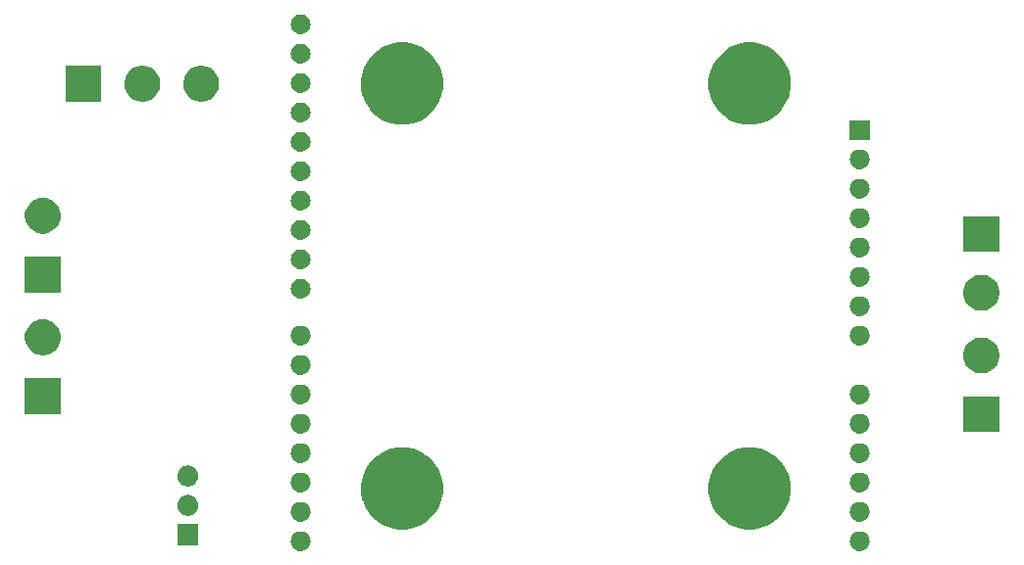
<source format=gbr>
G04 #@! TF.GenerationSoftware,KiCad,Pcbnew,5.0.2-bee76a0~70~ubuntu18.04.1*
G04 #@! TF.CreationDate,2019-06-06T20:44:49+02:00*
G04 #@! TF.ProjectId,dmxBridge,646d7842-7269-4646-9765-2e6b69636164,rev?*
G04 #@! TF.SameCoordinates,Original*
G04 #@! TF.FileFunction,Soldermask,Bot*
G04 #@! TF.FilePolarity,Negative*
%FSLAX46Y46*%
G04 Gerber Fmt 4.6, Leading zero omitted, Abs format (unit mm)*
G04 Created by KiCad (PCBNEW 5.0.2-bee76a0~70~ubuntu18.04.1) date Thu 06 Jun 2019 20:44:49 CEST*
%MOMM*%
%LPD*%
G01*
G04 APERTURE LIST*
%ADD10C,0.100000*%
G04 APERTURE END LIST*
D10*
G36*
X99666821Y-66221313D02*
X99666824Y-66221314D01*
X99666825Y-66221314D01*
X99827239Y-66269975D01*
X99827241Y-66269976D01*
X99827244Y-66269977D01*
X99975078Y-66348995D01*
X100104659Y-66455341D01*
X100211005Y-66584922D01*
X100290023Y-66732756D01*
X100338687Y-66893179D01*
X100355117Y-67060000D01*
X100338687Y-67226821D01*
X100290023Y-67387244D01*
X100211005Y-67535078D01*
X100104659Y-67664659D01*
X99975078Y-67771005D01*
X99827244Y-67850023D01*
X99827241Y-67850024D01*
X99827239Y-67850025D01*
X99666825Y-67898686D01*
X99666824Y-67898686D01*
X99666821Y-67898687D01*
X99541804Y-67911000D01*
X99458196Y-67911000D01*
X99333179Y-67898687D01*
X99333176Y-67898686D01*
X99333175Y-67898686D01*
X99172761Y-67850025D01*
X99172759Y-67850024D01*
X99172756Y-67850023D01*
X99024922Y-67771005D01*
X98895341Y-67664659D01*
X98788995Y-67535078D01*
X98709977Y-67387244D01*
X98661313Y-67226821D01*
X98644883Y-67060000D01*
X98661313Y-66893179D01*
X98709977Y-66732756D01*
X98788995Y-66584922D01*
X98895341Y-66455341D01*
X99024922Y-66348995D01*
X99172756Y-66269977D01*
X99172759Y-66269976D01*
X99172761Y-66269975D01*
X99333175Y-66221314D01*
X99333176Y-66221314D01*
X99333179Y-66221313D01*
X99458196Y-66209000D01*
X99541804Y-66209000D01*
X99666821Y-66221313D01*
X99666821Y-66221313D01*
G37*
G36*
X51406821Y-66221313D02*
X51406824Y-66221314D01*
X51406825Y-66221314D01*
X51567239Y-66269975D01*
X51567241Y-66269976D01*
X51567244Y-66269977D01*
X51715078Y-66348995D01*
X51844659Y-66455341D01*
X51951005Y-66584922D01*
X52030023Y-66732756D01*
X52078687Y-66893179D01*
X52095117Y-67060000D01*
X52078687Y-67226821D01*
X52030023Y-67387244D01*
X51951005Y-67535078D01*
X51844659Y-67664659D01*
X51715078Y-67771005D01*
X51567244Y-67850023D01*
X51567241Y-67850024D01*
X51567239Y-67850025D01*
X51406825Y-67898686D01*
X51406824Y-67898686D01*
X51406821Y-67898687D01*
X51281804Y-67911000D01*
X51198196Y-67911000D01*
X51073179Y-67898687D01*
X51073176Y-67898686D01*
X51073175Y-67898686D01*
X50912761Y-67850025D01*
X50912759Y-67850024D01*
X50912756Y-67850023D01*
X50764922Y-67771005D01*
X50635341Y-67664659D01*
X50528995Y-67535078D01*
X50449977Y-67387244D01*
X50401313Y-67226821D01*
X50384883Y-67060000D01*
X50401313Y-66893179D01*
X50449977Y-66732756D01*
X50528995Y-66584922D01*
X50635341Y-66455341D01*
X50764922Y-66348995D01*
X50912756Y-66269977D01*
X50912759Y-66269976D01*
X50912761Y-66269975D01*
X51073175Y-66221314D01*
X51073176Y-66221314D01*
X51073179Y-66221313D01*
X51198196Y-66209000D01*
X51281804Y-66209000D01*
X51406821Y-66221313D01*
X51406821Y-66221313D01*
G37*
G36*
X42401000Y-67401000D02*
X40599000Y-67401000D01*
X40599000Y-65599000D01*
X42401000Y-65599000D01*
X42401000Y-67401000D01*
X42401000Y-67401000D01*
G37*
G36*
X91035786Y-59085462D02*
X91035788Y-59085463D01*
X91035789Y-59085463D01*
X91682029Y-59353144D01*
X92061683Y-59606821D01*
X92263634Y-59741760D01*
X92758240Y-60236366D01*
X92758242Y-60236369D01*
X93146856Y-60817971D01*
X93323063Y-61243373D01*
X93414538Y-61464214D01*
X93551000Y-62150256D01*
X93551000Y-62849744D01*
X93430208Y-63457009D01*
X93414537Y-63535789D01*
X93146856Y-64182029D01*
X92809565Y-64686821D01*
X92758240Y-64763634D01*
X92263634Y-65258240D01*
X92263631Y-65258242D01*
X91682029Y-65646856D01*
X91035789Y-65914537D01*
X91035788Y-65914537D01*
X91035786Y-65914538D01*
X90349744Y-66051000D01*
X89650256Y-66051000D01*
X88964214Y-65914538D01*
X88964212Y-65914537D01*
X88964211Y-65914537D01*
X88317971Y-65646856D01*
X87736369Y-65258242D01*
X87736366Y-65258240D01*
X87241760Y-64763634D01*
X87190435Y-64686821D01*
X86853144Y-64182029D01*
X86585463Y-63535789D01*
X86569793Y-63457009D01*
X86449000Y-62849744D01*
X86449000Y-62150256D01*
X86585462Y-61464214D01*
X86676937Y-61243373D01*
X86853144Y-60817971D01*
X87241758Y-60236369D01*
X87241760Y-60236366D01*
X87736366Y-59741760D01*
X87938317Y-59606821D01*
X88317971Y-59353144D01*
X88964211Y-59085463D01*
X88964212Y-59085463D01*
X88964214Y-59085462D01*
X89650256Y-58949000D01*
X90349744Y-58949000D01*
X91035786Y-59085462D01*
X91035786Y-59085462D01*
G37*
G36*
X61035786Y-59085462D02*
X61035788Y-59085463D01*
X61035789Y-59085463D01*
X61682029Y-59353144D01*
X62061683Y-59606821D01*
X62263634Y-59741760D01*
X62758240Y-60236366D01*
X62758242Y-60236369D01*
X63146856Y-60817971D01*
X63323063Y-61243373D01*
X63414538Y-61464214D01*
X63551000Y-62150256D01*
X63551000Y-62849744D01*
X63430208Y-63457009D01*
X63414537Y-63535789D01*
X63146856Y-64182029D01*
X62809565Y-64686821D01*
X62758240Y-64763634D01*
X62263634Y-65258240D01*
X62263631Y-65258242D01*
X61682029Y-65646856D01*
X61035789Y-65914537D01*
X61035788Y-65914537D01*
X61035786Y-65914538D01*
X60349744Y-66051000D01*
X59650256Y-66051000D01*
X58964214Y-65914538D01*
X58964212Y-65914537D01*
X58964211Y-65914537D01*
X58317971Y-65646856D01*
X57736369Y-65258242D01*
X57736366Y-65258240D01*
X57241760Y-64763634D01*
X57190435Y-64686821D01*
X56853144Y-64182029D01*
X56585463Y-63535789D01*
X56569793Y-63457009D01*
X56449000Y-62849744D01*
X56449000Y-62150256D01*
X56585462Y-61464214D01*
X56676937Y-61243373D01*
X56853144Y-60817971D01*
X57241758Y-60236369D01*
X57241760Y-60236366D01*
X57736366Y-59741760D01*
X57938317Y-59606821D01*
X58317971Y-59353144D01*
X58964211Y-59085463D01*
X58964212Y-59085463D01*
X58964214Y-59085462D01*
X59650256Y-58949000D01*
X60349744Y-58949000D01*
X61035786Y-59085462D01*
X61035786Y-59085462D01*
G37*
G36*
X99666821Y-63681313D02*
X99666824Y-63681314D01*
X99666825Y-63681314D01*
X99827239Y-63729975D01*
X99827241Y-63729976D01*
X99827244Y-63729977D01*
X99975078Y-63808995D01*
X100104659Y-63915341D01*
X100211005Y-64044922D01*
X100290023Y-64192756D01*
X100338687Y-64353179D01*
X100355117Y-64520000D01*
X100338687Y-64686821D01*
X100338686Y-64686824D01*
X100338686Y-64686825D01*
X100305434Y-64796443D01*
X100290023Y-64847244D01*
X100211005Y-64995078D01*
X100104659Y-65124659D01*
X99975078Y-65231005D01*
X99827244Y-65310023D01*
X99827241Y-65310024D01*
X99827239Y-65310025D01*
X99666825Y-65358686D01*
X99666824Y-65358686D01*
X99666821Y-65358687D01*
X99541804Y-65371000D01*
X99458196Y-65371000D01*
X99333179Y-65358687D01*
X99333176Y-65358686D01*
X99333175Y-65358686D01*
X99172761Y-65310025D01*
X99172759Y-65310024D01*
X99172756Y-65310023D01*
X99024922Y-65231005D01*
X98895341Y-65124659D01*
X98788995Y-64995078D01*
X98709977Y-64847244D01*
X98694567Y-64796443D01*
X98661314Y-64686825D01*
X98661314Y-64686824D01*
X98661313Y-64686821D01*
X98644883Y-64520000D01*
X98661313Y-64353179D01*
X98709977Y-64192756D01*
X98788995Y-64044922D01*
X98895341Y-63915341D01*
X99024922Y-63808995D01*
X99172756Y-63729977D01*
X99172759Y-63729976D01*
X99172761Y-63729975D01*
X99333175Y-63681314D01*
X99333176Y-63681314D01*
X99333179Y-63681313D01*
X99458196Y-63669000D01*
X99541804Y-63669000D01*
X99666821Y-63681313D01*
X99666821Y-63681313D01*
G37*
G36*
X51406821Y-63681313D02*
X51406824Y-63681314D01*
X51406825Y-63681314D01*
X51567239Y-63729975D01*
X51567241Y-63729976D01*
X51567244Y-63729977D01*
X51715078Y-63808995D01*
X51844659Y-63915341D01*
X51951005Y-64044922D01*
X52030023Y-64192756D01*
X52078687Y-64353179D01*
X52095117Y-64520000D01*
X52078687Y-64686821D01*
X52078686Y-64686824D01*
X52078686Y-64686825D01*
X52045434Y-64796443D01*
X52030023Y-64847244D01*
X51951005Y-64995078D01*
X51844659Y-65124659D01*
X51715078Y-65231005D01*
X51567244Y-65310023D01*
X51567241Y-65310024D01*
X51567239Y-65310025D01*
X51406825Y-65358686D01*
X51406824Y-65358686D01*
X51406821Y-65358687D01*
X51281804Y-65371000D01*
X51198196Y-65371000D01*
X51073179Y-65358687D01*
X51073176Y-65358686D01*
X51073175Y-65358686D01*
X50912761Y-65310025D01*
X50912759Y-65310024D01*
X50912756Y-65310023D01*
X50764922Y-65231005D01*
X50635341Y-65124659D01*
X50528995Y-64995078D01*
X50449977Y-64847244D01*
X50434567Y-64796443D01*
X50401314Y-64686825D01*
X50401314Y-64686824D01*
X50401313Y-64686821D01*
X50384883Y-64520000D01*
X50401313Y-64353179D01*
X50449977Y-64192756D01*
X50528995Y-64044922D01*
X50635341Y-63915341D01*
X50764922Y-63808995D01*
X50912756Y-63729977D01*
X50912759Y-63729976D01*
X50912761Y-63729975D01*
X51073175Y-63681314D01*
X51073176Y-63681314D01*
X51073179Y-63681313D01*
X51198196Y-63669000D01*
X51281804Y-63669000D01*
X51406821Y-63681313D01*
X51406821Y-63681313D01*
G37*
G36*
X41610443Y-63065519D02*
X41676627Y-63072037D01*
X41789853Y-63106384D01*
X41846467Y-63123557D01*
X41985087Y-63197652D01*
X42002991Y-63207222D01*
X42038729Y-63236552D01*
X42140186Y-63319814D01*
X42223448Y-63421271D01*
X42252778Y-63457009D01*
X42252779Y-63457011D01*
X42336443Y-63613533D01*
X42336443Y-63613534D01*
X42387963Y-63783373D01*
X42405359Y-63960000D01*
X42387963Y-64136627D01*
X42374190Y-64182029D01*
X42336443Y-64306467D01*
X42286140Y-64400575D01*
X42252778Y-64462991D01*
X42232494Y-64487707D01*
X42140186Y-64600186D01*
X42050242Y-64674000D01*
X42002991Y-64712778D01*
X42002989Y-64712779D01*
X41846467Y-64796443D01*
X41789853Y-64813616D01*
X41676627Y-64847963D01*
X41610443Y-64854481D01*
X41544260Y-64861000D01*
X41455740Y-64861000D01*
X41389557Y-64854481D01*
X41323373Y-64847963D01*
X41210147Y-64813616D01*
X41153533Y-64796443D01*
X40997011Y-64712779D01*
X40997009Y-64712778D01*
X40949758Y-64674000D01*
X40859814Y-64600186D01*
X40767506Y-64487707D01*
X40747222Y-64462991D01*
X40713860Y-64400575D01*
X40663557Y-64306467D01*
X40625810Y-64182029D01*
X40612037Y-64136627D01*
X40594641Y-63960000D01*
X40612037Y-63783373D01*
X40663557Y-63613534D01*
X40663557Y-63613533D01*
X40747221Y-63457011D01*
X40747222Y-63457009D01*
X40776552Y-63421271D01*
X40859814Y-63319814D01*
X40961271Y-63236552D01*
X40997009Y-63207222D01*
X41014913Y-63197652D01*
X41153533Y-63123557D01*
X41210147Y-63106384D01*
X41323373Y-63072037D01*
X41389557Y-63065519D01*
X41455740Y-63059000D01*
X41544260Y-63059000D01*
X41610443Y-63065519D01*
X41610443Y-63065519D01*
G37*
G36*
X51406821Y-61141313D02*
X51406824Y-61141314D01*
X51406825Y-61141314D01*
X51567239Y-61189975D01*
X51567241Y-61189976D01*
X51567244Y-61189977D01*
X51715078Y-61268995D01*
X51844659Y-61375341D01*
X51951005Y-61504922D01*
X52030023Y-61652756D01*
X52078687Y-61813179D01*
X52095117Y-61980000D01*
X52078687Y-62146821D01*
X52078686Y-62146824D01*
X52078686Y-62146825D01*
X52045434Y-62256443D01*
X52030023Y-62307244D01*
X51951005Y-62455078D01*
X51844659Y-62584659D01*
X51715078Y-62691005D01*
X51567244Y-62770023D01*
X51567241Y-62770024D01*
X51567239Y-62770025D01*
X51406825Y-62818686D01*
X51406824Y-62818686D01*
X51406821Y-62818687D01*
X51281804Y-62831000D01*
X51198196Y-62831000D01*
X51073179Y-62818687D01*
X51073176Y-62818686D01*
X51073175Y-62818686D01*
X50912761Y-62770025D01*
X50912759Y-62770024D01*
X50912756Y-62770023D01*
X50764922Y-62691005D01*
X50635341Y-62584659D01*
X50528995Y-62455078D01*
X50449977Y-62307244D01*
X50434567Y-62256443D01*
X50401314Y-62146825D01*
X50401314Y-62146824D01*
X50401313Y-62146821D01*
X50384883Y-61980000D01*
X50401313Y-61813179D01*
X50449977Y-61652756D01*
X50528995Y-61504922D01*
X50635341Y-61375341D01*
X50764922Y-61268995D01*
X50912756Y-61189977D01*
X50912759Y-61189976D01*
X50912761Y-61189975D01*
X51073175Y-61141314D01*
X51073176Y-61141314D01*
X51073179Y-61141313D01*
X51198196Y-61129000D01*
X51281804Y-61129000D01*
X51406821Y-61141313D01*
X51406821Y-61141313D01*
G37*
G36*
X99666821Y-61141313D02*
X99666824Y-61141314D01*
X99666825Y-61141314D01*
X99827239Y-61189975D01*
X99827241Y-61189976D01*
X99827244Y-61189977D01*
X99975078Y-61268995D01*
X100104659Y-61375341D01*
X100211005Y-61504922D01*
X100290023Y-61652756D01*
X100338687Y-61813179D01*
X100355117Y-61980000D01*
X100338687Y-62146821D01*
X100338686Y-62146824D01*
X100338686Y-62146825D01*
X100305434Y-62256443D01*
X100290023Y-62307244D01*
X100211005Y-62455078D01*
X100104659Y-62584659D01*
X99975078Y-62691005D01*
X99827244Y-62770023D01*
X99827241Y-62770024D01*
X99827239Y-62770025D01*
X99666825Y-62818686D01*
X99666824Y-62818686D01*
X99666821Y-62818687D01*
X99541804Y-62831000D01*
X99458196Y-62831000D01*
X99333179Y-62818687D01*
X99333176Y-62818686D01*
X99333175Y-62818686D01*
X99172761Y-62770025D01*
X99172759Y-62770024D01*
X99172756Y-62770023D01*
X99024922Y-62691005D01*
X98895341Y-62584659D01*
X98788995Y-62455078D01*
X98709977Y-62307244D01*
X98694567Y-62256443D01*
X98661314Y-62146825D01*
X98661314Y-62146824D01*
X98661313Y-62146821D01*
X98644883Y-61980000D01*
X98661313Y-61813179D01*
X98709977Y-61652756D01*
X98788995Y-61504922D01*
X98895341Y-61375341D01*
X99024922Y-61268995D01*
X99172756Y-61189977D01*
X99172759Y-61189976D01*
X99172761Y-61189975D01*
X99333175Y-61141314D01*
X99333176Y-61141314D01*
X99333179Y-61141313D01*
X99458196Y-61129000D01*
X99541804Y-61129000D01*
X99666821Y-61141313D01*
X99666821Y-61141313D01*
G37*
G36*
X41610442Y-60525518D02*
X41676627Y-60532037D01*
X41789853Y-60566384D01*
X41846467Y-60583557D01*
X41876153Y-60599425D01*
X42002991Y-60667222D01*
X42028632Y-60688265D01*
X42140186Y-60779814D01*
X42203919Y-60857474D01*
X42252778Y-60917009D01*
X42252779Y-60917011D01*
X42336443Y-61073533D01*
X42336443Y-61073534D01*
X42387963Y-61243373D01*
X42405359Y-61420000D01*
X42387963Y-61596627D01*
X42370936Y-61652756D01*
X42336443Y-61766467D01*
X42262348Y-61905087D01*
X42252778Y-61922991D01*
X42223448Y-61958729D01*
X42140186Y-62060186D01*
X42038729Y-62143448D01*
X42002991Y-62172778D01*
X42002989Y-62172779D01*
X41846467Y-62256443D01*
X41789853Y-62273616D01*
X41676627Y-62307963D01*
X41610443Y-62314481D01*
X41544260Y-62321000D01*
X41455740Y-62321000D01*
X41389557Y-62314481D01*
X41323373Y-62307963D01*
X41210147Y-62273616D01*
X41153533Y-62256443D01*
X40997011Y-62172779D01*
X40997009Y-62172778D01*
X40961271Y-62143448D01*
X40859814Y-62060186D01*
X40776552Y-61958729D01*
X40747222Y-61922991D01*
X40737652Y-61905087D01*
X40663557Y-61766467D01*
X40629064Y-61652756D01*
X40612037Y-61596627D01*
X40594641Y-61420000D01*
X40612037Y-61243373D01*
X40663557Y-61073534D01*
X40663557Y-61073533D01*
X40747221Y-60917011D01*
X40747222Y-60917009D01*
X40796081Y-60857474D01*
X40859814Y-60779814D01*
X40971368Y-60688265D01*
X40997009Y-60667222D01*
X41123847Y-60599425D01*
X41153533Y-60583557D01*
X41210147Y-60566384D01*
X41323373Y-60532037D01*
X41389558Y-60525518D01*
X41455740Y-60519000D01*
X41544260Y-60519000D01*
X41610442Y-60525518D01*
X41610442Y-60525518D01*
G37*
G36*
X51406821Y-58601313D02*
X51406824Y-58601314D01*
X51406825Y-58601314D01*
X51567239Y-58649975D01*
X51567241Y-58649976D01*
X51567244Y-58649977D01*
X51715078Y-58728995D01*
X51844659Y-58835341D01*
X51951005Y-58964922D01*
X52030023Y-59112756D01*
X52078687Y-59273179D01*
X52095117Y-59440000D01*
X52078687Y-59606821D01*
X52078686Y-59606824D01*
X52078686Y-59606825D01*
X52037242Y-59743448D01*
X52030023Y-59767244D01*
X51951005Y-59915078D01*
X51844659Y-60044659D01*
X51715078Y-60151005D01*
X51567244Y-60230023D01*
X51567241Y-60230024D01*
X51567239Y-60230025D01*
X51406825Y-60278686D01*
X51406824Y-60278686D01*
X51406821Y-60278687D01*
X51281804Y-60291000D01*
X51198196Y-60291000D01*
X51073179Y-60278687D01*
X51073176Y-60278686D01*
X51073175Y-60278686D01*
X50912761Y-60230025D01*
X50912759Y-60230024D01*
X50912756Y-60230023D01*
X50764922Y-60151005D01*
X50635341Y-60044659D01*
X50528995Y-59915078D01*
X50449977Y-59767244D01*
X50442759Y-59743448D01*
X50401314Y-59606825D01*
X50401314Y-59606824D01*
X50401313Y-59606821D01*
X50384883Y-59440000D01*
X50401313Y-59273179D01*
X50449977Y-59112756D01*
X50528995Y-58964922D01*
X50635341Y-58835341D01*
X50764922Y-58728995D01*
X50912756Y-58649977D01*
X50912759Y-58649976D01*
X50912761Y-58649975D01*
X51073175Y-58601314D01*
X51073176Y-58601314D01*
X51073179Y-58601313D01*
X51198196Y-58589000D01*
X51281804Y-58589000D01*
X51406821Y-58601313D01*
X51406821Y-58601313D01*
G37*
G36*
X99666821Y-58601313D02*
X99666824Y-58601314D01*
X99666825Y-58601314D01*
X99827239Y-58649975D01*
X99827241Y-58649976D01*
X99827244Y-58649977D01*
X99975078Y-58728995D01*
X100104659Y-58835341D01*
X100211005Y-58964922D01*
X100290023Y-59112756D01*
X100338687Y-59273179D01*
X100355117Y-59440000D01*
X100338687Y-59606821D01*
X100338686Y-59606824D01*
X100338686Y-59606825D01*
X100297242Y-59743448D01*
X100290023Y-59767244D01*
X100211005Y-59915078D01*
X100104659Y-60044659D01*
X99975078Y-60151005D01*
X99827244Y-60230023D01*
X99827241Y-60230024D01*
X99827239Y-60230025D01*
X99666825Y-60278686D01*
X99666824Y-60278686D01*
X99666821Y-60278687D01*
X99541804Y-60291000D01*
X99458196Y-60291000D01*
X99333179Y-60278687D01*
X99333176Y-60278686D01*
X99333175Y-60278686D01*
X99172761Y-60230025D01*
X99172759Y-60230024D01*
X99172756Y-60230023D01*
X99024922Y-60151005D01*
X98895341Y-60044659D01*
X98788995Y-59915078D01*
X98709977Y-59767244D01*
X98702759Y-59743448D01*
X98661314Y-59606825D01*
X98661314Y-59606824D01*
X98661313Y-59606821D01*
X98644883Y-59440000D01*
X98661313Y-59273179D01*
X98709977Y-59112756D01*
X98788995Y-58964922D01*
X98895341Y-58835341D01*
X99024922Y-58728995D01*
X99172756Y-58649977D01*
X99172759Y-58649976D01*
X99172761Y-58649975D01*
X99333175Y-58601314D01*
X99333176Y-58601314D01*
X99333179Y-58601313D01*
X99458196Y-58589000D01*
X99541804Y-58589000D01*
X99666821Y-58601313D01*
X99666821Y-58601313D01*
G37*
G36*
X99666821Y-56061313D02*
X99666824Y-56061314D01*
X99666825Y-56061314D01*
X99827239Y-56109975D01*
X99827241Y-56109976D01*
X99827244Y-56109977D01*
X99975078Y-56188995D01*
X100104659Y-56295341D01*
X100211005Y-56424922D01*
X100290023Y-56572756D01*
X100338687Y-56733179D01*
X100355117Y-56900000D01*
X100338687Y-57066821D01*
X100290023Y-57227244D01*
X100211005Y-57375078D01*
X100104659Y-57504659D01*
X99975078Y-57611005D01*
X99827244Y-57690023D01*
X99827241Y-57690024D01*
X99827239Y-57690025D01*
X99666825Y-57738686D01*
X99666824Y-57738686D01*
X99666821Y-57738687D01*
X99541804Y-57751000D01*
X99458196Y-57751000D01*
X99333179Y-57738687D01*
X99333176Y-57738686D01*
X99333175Y-57738686D01*
X99172761Y-57690025D01*
X99172759Y-57690024D01*
X99172756Y-57690023D01*
X99024922Y-57611005D01*
X98895341Y-57504659D01*
X98788995Y-57375078D01*
X98709977Y-57227244D01*
X98661313Y-57066821D01*
X98644883Y-56900000D01*
X98661313Y-56733179D01*
X98709977Y-56572756D01*
X98788995Y-56424922D01*
X98895341Y-56295341D01*
X99024922Y-56188995D01*
X99172756Y-56109977D01*
X99172759Y-56109976D01*
X99172761Y-56109975D01*
X99333175Y-56061314D01*
X99333176Y-56061314D01*
X99333179Y-56061313D01*
X99458196Y-56049000D01*
X99541804Y-56049000D01*
X99666821Y-56061313D01*
X99666821Y-56061313D01*
G37*
G36*
X51406821Y-56061313D02*
X51406824Y-56061314D01*
X51406825Y-56061314D01*
X51567239Y-56109975D01*
X51567241Y-56109976D01*
X51567244Y-56109977D01*
X51715078Y-56188995D01*
X51844659Y-56295341D01*
X51951005Y-56424922D01*
X52030023Y-56572756D01*
X52078687Y-56733179D01*
X52095117Y-56900000D01*
X52078687Y-57066821D01*
X52030023Y-57227244D01*
X51951005Y-57375078D01*
X51844659Y-57504659D01*
X51715078Y-57611005D01*
X51567244Y-57690023D01*
X51567241Y-57690024D01*
X51567239Y-57690025D01*
X51406825Y-57738686D01*
X51406824Y-57738686D01*
X51406821Y-57738687D01*
X51281804Y-57751000D01*
X51198196Y-57751000D01*
X51073179Y-57738687D01*
X51073176Y-57738686D01*
X51073175Y-57738686D01*
X50912761Y-57690025D01*
X50912759Y-57690024D01*
X50912756Y-57690023D01*
X50764922Y-57611005D01*
X50635341Y-57504659D01*
X50528995Y-57375078D01*
X50449977Y-57227244D01*
X50401313Y-57066821D01*
X50384883Y-56900000D01*
X50401313Y-56733179D01*
X50449977Y-56572756D01*
X50528995Y-56424922D01*
X50635341Y-56295341D01*
X50764922Y-56188995D01*
X50912756Y-56109977D01*
X50912759Y-56109976D01*
X50912761Y-56109975D01*
X51073175Y-56061314D01*
X51073176Y-56061314D01*
X51073179Y-56061313D01*
X51198196Y-56049000D01*
X51281804Y-56049000D01*
X51406821Y-56061313D01*
X51406821Y-56061313D01*
G37*
G36*
X111551000Y-57631000D02*
X108449000Y-57631000D01*
X108449000Y-54529000D01*
X111551000Y-54529000D01*
X111551000Y-57631000D01*
X111551000Y-57631000D01*
G37*
G36*
X30551000Y-56051000D02*
X27449000Y-56051000D01*
X27449000Y-52949000D01*
X30551000Y-52949000D01*
X30551000Y-56051000D01*
X30551000Y-56051000D01*
G37*
G36*
X99666821Y-53521313D02*
X99666824Y-53521314D01*
X99666825Y-53521314D01*
X99827239Y-53569975D01*
X99827241Y-53569976D01*
X99827244Y-53569977D01*
X99975078Y-53648995D01*
X100104659Y-53755341D01*
X100211005Y-53884922D01*
X100290023Y-54032756D01*
X100338687Y-54193179D01*
X100355117Y-54360000D01*
X100338687Y-54526821D01*
X100290023Y-54687244D01*
X100211005Y-54835078D01*
X100104659Y-54964659D01*
X99975078Y-55071005D01*
X99827244Y-55150023D01*
X99827241Y-55150024D01*
X99827239Y-55150025D01*
X99666825Y-55198686D01*
X99666824Y-55198686D01*
X99666821Y-55198687D01*
X99541804Y-55211000D01*
X99458196Y-55211000D01*
X99333179Y-55198687D01*
X99333176Y-55198686D01*
X99333175Y-55198686D01*
X99172761Y-55150025D01*
X99172759Y-55150024D01*
X99172756Y-55150023D01*
X99024922Y-55071005D01*
X98895341Y-54964659D01*
X98788995Y-54835078D01*
X98709977Y-54687244D01*
X98661313Y-54526821D01*
X98644883Y-54360000D01*
X98661313Y-54193179D01*
X98709977Y-54032756D01*
X98788995Y-53884922D01*
X98895341Y-53755341D01*
X99024922Y-53648995D01*
X99172756Y-53569977D01*
X99172759Y-53569976D01*
X99172761Y-53569975D01*
X99333175Y-53521314D01*
X99333176Y-53521314D01*
X99333179Y-53521313D01*
X99458196Y-53509000D01*
X99541804Y-53509000D01*
X99666821Y-53521313D01*
X99666821Y-53521313D01*
G37*
G36*
X51406821Y-53521313D02*
X51406824Y-53521314D01*
X51406825Y-53521314D01*
X51567239Y-53569975D01*
X51567241Y-53569976D01*
X51567244Y-53569977D01*
X51715078Y-53648995D01*
X51844659Y-53755341D01*
X51951005Y-53884922D01*
X52030023Y-54032756D01*
X52078687Y-54193179D01*
X52095117Y-54360000D01*
X52078687Y-54526821D01*
X52030023Y-54687244D01*
X51951005Y-54835078D01*
X51844659Y-54964659D01*
X51715078Y-55071005D01*
X51567244Y-55150023D01*
X51567241Y-55150024D01*
X51567239Y-55150025D01*
X51406825Y-55198686D01*
X51406824Y-55198686D01*
X51406821Y-55198687D01*
X51281804Y-55211000D01*
X51198196Y-55211000D01*
X51073179Y-55198687D01*
X51073176Y-55198686D01*
X51073175Y-55198686D01*
X50912761Y-55150025D01*
X50912759Y-55150024D01*
X50912756Y-55150023D01*
X50764922Y-55071005D01*
X50635341Y-54964659D01*
X50528995Y-54835078D01*
X50449977Y-54687244D01*
X50401313Y-54526821D01*
X50384883Y-54360000D01*
X50401313Y-54193179D01*
X50449977Y-54032756D01*
X50528995Y-53884922D01*
X50635341Y-53755341D01*
X50764922Y-53648995D01*
X50912756Y-53569977D01*
X50912759Y-53569976D01*
X50912761Y-53569975D01*
X51073175Y-53521314D01*
X51073176Y-53521314D01*
X51073179Y-53521313D01*
X51198196Y-53509000D01*
X51281804Y-53509000D01*
X51406821Y-53521313D01*
X51406821Y-53521313D01*
G37*
G36*
X51406821Y-50981313D02*
X51406824Y-50981314D01*
X51406825Y-50981314D01*
X51567239Y-51029975D01*
X51567241Y-51029976D01*
X51567244Y-51029977D01*
X51715078Y-51108995D01*
X51844659Y-51215341D01*
X51951005Y-51344922D01*
X52030023Y-51492756D01*
X52078687Y-51653179D01*
X52095117Y-51820000D01*
X52078687Y-51986821D01*
X52078686Y-51986824D01*
X52078686Y-51986825D01*
X52078116Y-51988705D01*
X52030023Y-52147244D01*
X51951005Y-52295078D01*
X51844659Y-52424659D01*
X51715078Y-52531005D01*
X51567244Y-52610023D01*
X51567241Y-52610024D01*
X51567239Y-52610025D01*
X51406825Y-52658686D01*
X51406824Y-52658686D01*
X51406821Y-52658687D01*
X51281804Y-52671000D01*
X51198196Y-52671000D01*
X51073179Y-52658687D01*
X51073176Y-52658686D01*
X51073175Y-52658686D01*
X50912761Y-52610025D01*
X50912759Y-52610024D01*
X50912756Y-52610023D01*
X50764922Y-52531005D01*
X50635341Y-52424659D01*
X50528995Y-52295078D01*
X50449977Y-52147244D01*
X50401885Y-51988705D01*
X50401314Y-51986825D01*
X50401314Y-51986824D01*
X50401313Y-51986821D01*
X50384883Y-51820000D01*
X50401313Y-51653179D01*
X50449977Y-51492756D01*
X50528995Y-51344922D01*
X50635341Y-51215341D01*
X50764922Y-51108995D01*
X50912756Y-51029977D01*
X50912759Y-51029976D01*
X50912761Y-51029975D01*
X51073175Y-50981314D01*
X51073176Y-50981314D01*
X51073179Y-50981313D01*
X51198196Y-50969000D01*
X51281804Y-50969000D01*
X51406821Y-50981313D01*
X51406821Y-50981313D01*
G37*
G36*
X110352527Y-49488736D02*
X110452410Y-49508604D01*
X110734674Y-49625521D01*
X110988705Y-49795259D01*
X111204741Y-50011295D01*
X111374479Y-50265326D01*
X111491396Y-50547590D01*
X111551000Y-50847240D01*
X111551000Y-51152760D01*
X111491396Y-51452410D01*
X111374479Y-51734674D01*
X111204741Y-51988705D01*
X110988705Y-52204741D01*
X110734674Y-52374479D01*
X110452410Y-52491396D01*
X110352527Y-52511264D01*
X110152762Y-52551000D01*
X109847238Y-52551000D01*
X109647473Y-52511264D01*
X109547590Y-52491396D01*
X109265326Y-52374479D01*
X109011295Y-52204741D01*
X108795259Y-51988705D01*
X108625521Y-51734674D01*
X108508604Y-51452410D01*
X108449000Y-51152760D01*
X108449000Y-50847240D01*
X108508604Y-50547590D01*
X108625521Y-50265326D01*
X108795259Y-50011295D01*
X109011295Y-49795259D01*
X109265326Y-49625521D01*
X109547590Y-49508604D01*
X109647473Y-49488736D01*
X109847238Y-49449000D01*
X110152762Y-49449000D01*
X110352527Y-49488736D01*
X110352527Y-49488736D01*
G37*
G36*
X29352527Y-47908736D02*
X29452410Y-47928604D01*
X29734674Y-48045521D01*
X29988705Y-48215259D01*
X30204741Y-48431295D01*
X30374479Y-48685326D01*
X30491396Y-48967590D01*
X30551000Y-49267240D01*
X30551000Y-49572760D01*
X30491396Y-49872410D01*
X30374479Y-50154674D01*
X30204741Y-50408705D01*
X29988705Y-50624741D01*
X29734674Y-50794479D01*
X29452410Y-50911396D01*
X29352527Y-50931264D01*
X29152762Y-50971000D01*
X28847238Y-50971000D01*
X28647473Y-50931264D01*
X28547590Y-50911396D01*
X28265326Y-50794479D01*
X28011295Y-50624741D01*
X27795259Y-50408705D01*
X27625521Y-50154674D01*
X27508604Y-49872410D01*
X27449000Y-49572760D01*
X27449000Y-49267240D01*
X27508604Y-48967590D01*
X27625521Y-48685326D01*
X27795259Y-48431295D01*
X28011295Y-48215259D01*
X28265326Y-48045521D01*
X28547590Y-47928604D01*
X28647473Y-47908736D01*
X28847238Y-47869000D01*
X29152762Y-47869000D01*
X29352527Y-47908736D01*
X29352527Y-47908736D01*
G37*
G36*
X99666821Y-48441313D02*
X99666824Y-48441314D01*
X99666825Y-48441314D01*
X99827239Y-48489975D01*
X99827241Y-48489976D01*
X99827244Y-48489977D01*
X99975078Y-48568995D01*
X100104659Y-48675341D01*
X100211005Y-48804922D01*
X100290023Y-48952756D01*
X100290024Y-48952759D01*
X100290025Y-48952761D01*
X100338686Y-49113175D01*
X100338687Y-49113179D01*
X100355117Y-49280000D01*
X100338687Y-49446821D01*
X100338686Y-49446824D01*
X100338686Y-49446825D01*
X100319946Y-49508604D01*
X100290023Y-49607244D01*
X100211005Y-49755078D01*
X100104659Y-49884659D01*
X99975078Y-49991005D01*
X99827244Y-50070023D01*
X99827241Y-50070024D01*
X99827239Y-50070025D01*
X99666825Y-50118686D01*
X99666824Y-50118686D01*
X99666821Y-50118687D01*
X99541804Y-50131000D01*
X99458196Y-50131000D01*
X99333179Y-50118687D01*
X99333176Y-50118686D01*
X99333175Y-50118686D01*
X99172761Y-50070025D01*
X99172759Y-50070024D01*
X99172756Y-50070023D01*
X99024922Y-49991005D01*
X98895341Y-49884659D01*
X98788995Y-49755078D01*
X98709977Y-49607244D01*
X98680055Y-49508604D01*
X98661314Y-49446825D01*
X98661314Y-49446824D01*
X98661313Y-49446821D01*
X98644883Y-49280000D01*
X98661313Y-49113179D01*
X98661314Y-49113175D01*
X98709975Y-48952761D01*
X98709976Y-48952759D01*
X98709977Y-48952756D01*
X98788995Y-48804922D01*
X98895341Y-48675341D01*
X99024922Y-48568995D01*
X99172756Y-48489977D01*
X99172759Y-48489976D01*
X99172761Y-48489975D01*
X99333175Y-48441314D01*
X99333176Y-48441314D01*
X99333179Y-48441313D01*
X99458196Y-48429000D01*
X99541804Y-48429000D01*
X99666821Y-48441313D01*
X99666821Y-48441313D01*
G37*
G36*
X51406821Y-48441313D02*
X51406824Y-48441314D01*
X51406825Y-48441314D01*
X51567239Y-48489975D01*
X51567241Y-48489976D01*
X51567244Y-48489977D01*
X51715078Y-48568995D01*
X51844659Y-48675341D01*
X51951005Y-48804922D01*
X52030023Y-48952756D01*
X52030024Y-48952759D01*
X52030025Y-48952761D01*
X52078686Y-49113175D01*
X52078687Y-49113179D01*
X52095117Y-49280000D01*
X52078687Y-49446821D01*
X52078686Y-49446824D01*
X52078686Y-49446825D01*
X52059946Y-49508604D01*
X52030023Y-49607244D01*
X51951005Y-49755078D01*
X51844659Y-49884659D01*
X51715078Y-49991005D01*
X51567244Y-50070023D01*
X51567241Y-50070024D01*
X51567239Y-50070025D01*
X51406825Y-50118686D01*
X51406824Y-50118686D01*
X51406821Y-50118687D01*
X51281804Y-50131000D01*
X51198196Y-50131000D01*
X51073179Y-50118687D01*
X51073176Y-50118686D01*
X51073175Y-50118686D01*
X50912761Y-50070025D01*
X50912759Y-50070024D01*
X50912756Y-50070023D01*
X50764922Y-49991005D01*
X50635341Y-49884659D01*
X50528995Y-49755078D01*
X50449977Y-49607244D01*
X50420055Y-49508604D01*
X50401314Y-49446825D01*
X50401314Y-49446824D01*
X50401313Y-49446821D01*
X50384883Y-49280000D01*
X50401313Y-49113179D01*
X50401314Y-49113175D01*
X50449975Y-48952761D01*
X50449976Y-48952759D01*
X50449977Y-48952756D01*
X50528995Y-48804922D01*
X50635341Y-48675341D01*
X50764922Y-48568995D01*
X50912756Y-48489977D01*
X50912759Y-48489976D01*
X50912761Y-48489975D01*
X51073175Y-48441314D01*
X51073176Y-48441314D01*
X51073179Y-48441313D01*
X51198196Y-48429000D01*
X51281804Y-48429000D01*
X51406821Y-48441313D01*
X51406821Y-48441313D01*
G37*
G36*
X99666821Y-45901313D02*
X99666824Y-45901314D01*
X99666825Y-45901314D01*
X99827239Y-45949975D01*
X99827241Y-45949976D01*
X99827244Y-45949977D01*
X99975078Y-46028995D01*
X100104659Y-46135341D01*
X100211005Y-46264922D01*
X100290023Y-46412756D01*
X100290024Y-46412759D01*
X100290025Y-46412761D01*
X100338686Y-46573175D01*
X100338687Y-46573179D01*
X100355117Y-46740000D01*
X100338687Y-46906821D01*
X100290023Y-47067244D01*
X100211005Y-47215078D01*
X100104659Y-47344659D01*
X99975078Y-47451005D01*
X99827244Y-47530023D01*
X99827241Y-47530024D01*
X99827239Y-47530025D01*
X99666825Y-47578686D01*
X99666824Y-47578686D01*
X99666821Y-47578687D01*
X99541804Y-47591000D01*
X99458196Y-47591000D01*
X99333179Y-47578687D01*
X99333176Y-47578686D01*
X99333175Y-47578686D01*
X99172761Y-47530025D01*
X99172759Y-47530024D01*
X99172756Y-47530023D01*
X99024922Y-47451005D01*
X98895341Y-47344659D01*
X98788995Y-47215078D01*
X98709977Y-47067244D01*
X98661313Y-46906821D01*
X98644883Y-46740000D01*
X98661313Y-46573179D01*
X98661314Y-46573175D01*
X98709975Y-46412761D01*
X98709976Y-46412759D01*
X98709977Y-46412756D01*
X98788995Y-46264922D01*
X98895341Y-46135341D01*
X99024922Y-46028995D01*
X99172756Y-45949977D01*
X99172759Y-45949976D01*
X99172761Y-45949975D01*
X99333175Y-45901314D01*
X99333176Y-45901314D01*
X99333179Y-45901313D01*
X99458196Y-45889000D01*
X99541804Y-45889000D01*
X99666821Y-45901313D01*
X99666821Y-45901313D01*
G37*
G36*
X110352527Y-44068736D02*
X110452410Y-44088604D01*
X110734674Y-44205521D01*
X110988705Y-44375259D01*
X111204741Y-44591295D01*
X111374479Y-44845326D01*
X111491396Y-45127590D01*
X111551000Y-45427240D01*
X111551000Y-45732760D01*
X111491396Y-46032410D01*
X111374479Y-46314674D01*
X111204741Y-46568705D01*
X110988705Y-46784741D01*
X110734674Y-46954479D01*
X110452410Y-47071396D01*
X110352527Y-47091264D01*
X110152762Y-47131000D01*
X109847238Y-47131000D01*
X109647473Y-47091264D01*
X109547590Y-47071396D01*
X109265326Y-46954479D01*
X109011295Y-46784741D01*
X108795259Y-46568705D01*
X108625521Y-46314674D01*
X108508604Y-46032410D01*
X108449000Y-45732760D01*
X108449000Y-45427240D01*
X108508604Y-45127590D01*
X108625521Y-44845326D01*
X108795259Y-44591295D01*
X109011295Y-44375259D01*
X109265326Y-44205521D01*
X109547590Y-44088604D01*
X109647473Y-44068736D01*
X109847238Y-44029000D01*
X110152762Y-44029000D01*
X110352527Y-44068736D01*
X110352527Y-44068736D01*
G37*
G36*
X51406821Y-44381313D02*
X51406824Y-44381314D01*
X51406825Y-44381314D01*
X51567239Y-44429975D01*
X51567241Y-44429976D01*
X51567244Y-44429977D01*
X51715078Y-44508995D01*
X51844659Y-44615341D01*
X51951005Y-44744922D01*
X52030023Y-44892756D01*
X52030024Y-44892759D01*
X52030025Y-44892761D01*
X52074291Y-45038686D01*
X52078687Y-45053179D01*
X52095117Y-45220000D01*
X52078687Y-45386821D01*
X52030023Y-45547244D01*
X51951005Y-45695078D01*
X51844659Y-45824659D01*
X51715078Y-45931005D01*
X51567244Y-46010023D01*
X51567241Y-46010024D01*
X51567239Y-46010025D01*
X51406825Y-46058686D01*
X51406824Y-46058686D01*
X51406821Y-46058687D01*
X51281804Y-46071000D01*
X51198196Y-46071000D01*
X51073179Y-46058687D01*
X51073176Y-46058686D01*
X51073175Y-46058686D01*
X50912761Y-46010025D01*
X50912759Y-46010024D01*
X50912756Y-46010023D01*
X50764922Y-45931005D01*
X50635341Y-45824659D01*
X50528995Y-45695078D01*
X50449977Y-45547244D01*
X50401313Y-45386821D01*
X50384883Y-45220000D01*
X50401313Y-45053179D01*
X50405709Y-45038686D01*
X50449975Y-44892761D01*
X50449976Y-44892759D01*
X50449977Y-44892756D01*
X50528995Y-44744922D01*
X50635341Y-44615341D01*
X50764922Y-44508995D01*
X50912756Y-44429977D01*
X50912759Y-44429976D01*
X50912761Y-44429975D01*
X51073175Y-44381314D01*
X51073176Y-44381314D01*
X51073179Y-44381313D01*
X51198196Y-44369000D01*
X51281804Y-44369000D01*
X51406821Y-44381313D01*
X51406821Y-44381313D01*
G37*
G36*
X30551000Y-45551000D02*
X27449000Y-45551000D01*
X27449000Y-42449000D01*
X30551000Y-42449000D01*
X30551000Y-45551000D01*
X30551000Y-45551000D01*
G37*
G36*
X99666821Y-43361313D02*
X99666824Y-43361314D01*
X99666825Y-43361314D01*
X99827239Y-43409975D01*
X99827241Y-43409976D01*
X99827244Y-43409977D01*
X99975078Y-43488995D01*
X100104659Y-43595341D01*
X100211005Y-43724922D01*
X100290023Y-43872756D01*
X100290024Y-43872759D01*
X100290025Y-43872761D01*
X100338686Y-44033175D01*
X100338687Y-44033179D01*
X100355117Y-44200000D01*
X100338687Y-44366821D01*
X100338686Y-44366824D01*
X100338686Y-44366825D01*
X100295559Y-44508996D01*
X100290023Y-44527244D01*
X100211005Y-44675078D01*
X100104659Y-44804659D01*
X99975078Y-44911005D01*
X99827244Y-44990023D01*
X99827241Y-44990024D01*
X99827239Y-44990025D01*
X99666825Y-45038686D01*
X99666824Y-45038686D01*
X99666821Y-45038687D01*
X99541804Y-45051000D01*
X99458196Y-45051000D01*
X99333179Y-45038687D01*
X99333176Y-45038686D01*
X99333175Y-45038686D01*
X99172761Y-44990025D01*
X99172759Y-44990024D01*
X99172756Y-44990023D01*
X99024922Y-44911005D01*
X98895341Y-44804659D01*
X98788995Y-44675078D01*
X98709977Y-44527244D01*
X98704442Y-44508996D01*
X98661314Y-44366825D01*
X98661314Y-44366824D01*
X98661313Y-44366821D01*
X98644883Y-44200000D01*
X98661313Y-44033179D01*
X98661314Y-44033175D01*
X98709975Y-43872761D01*
X98709976Y-43872759D01*
X98709977Y-43872756D01*
X98788995Y-43724922D01*
X98895341Y-43595341D01*
X99024922Y-43488995D01*
X99172756Y-43409977D01*
X99172759Y-43409976D01*
X99172761Y-43409975D01*
X99333175Y-43361314D01*
X99333176Y-43361314D01*
X99333179Y-43361313D01*
X99458196Y-43349000D01*
X99541804Y-43349000D01*
X99666821Y-43361313D01*
X99666821Y-43361313D01*
G37*
G36*
X51406821Y-41841313D02*
X51406824Y-41841314D01*
X51406825Y-41841314D01*
X51567239Y-41889975D01*
X51567241Y-41889976D01*
X51567244Y-41889977D01*
X51715078Y-41968995D01*
X51844659Y-42075341D01*
X51951005Y-42204922D01*
X52030023Y-42352756D01*
X52030024Y-42352759D01*
X52030025Y-42352761D01*
X52074291Y-42498686D01*
X52078687Y-42513179D01*
X52095117Y-42680000D01*
X52078687Y-42846821D01*
X52030023Y-43007244D01*
X51951005Y-43155078D01*
X51844659Y-43284659D01*
X51715078Y-43391005D01*
X51567244Y-43470023D01*
X51567241Y-43470024D01*
X51567239Y-43470025D01*
X51406825Y-43518686D01*
X51406824Y-43518686D01*
X51406821Y-43518687D01*
X51281804Y-43531000D01*
X51198196Y-43531000D01*
X51073179Y-43518687D01*
X51073176Y-43518686D01*
X51073175Y-43518686D01*
X50912761Y-43470025D01*
X50912759Y-43470024D01*
X50912756Y-43470023D01*
X50764922Y-43391005D01*
X50635341Y-43284659D01*
X50528995Y-43155078D01*
X50449977Y-43007244D01*
X50401313Y-42846821D01*
X50384883Y-42680000D01*
X50401313Y-42513179D01*
X50405709Y-42498686D01*
X50449975Y-42352761D01*
X50449976Y-42352759D01*
X50449977Y-42352756D01*
X50528995Y-42204922D01*
X50635341Y-42075341D01*
X50764922Y-41968995D01*
X50912756Y-41889977D01*
X50912759Y-41889976D01*
X50912761Y-41889975D01*
X51073175Y-41841314D01*
X51073176Y-41841314D01*
X51073179Y-41841313D01*
X51198196Y-41829000D01*
X51281804Y-41829000D01*
X51406821Y-41841313D01*
X51406821Y-41841313D01*
G37*
G36*
X99666821Y-40821313D02*
X99666824Y-40821314D01*
X99666825Y-40821314D01*
X99827239Y-40869975D01*
X99827241Y-40869976D01*
X99827244Y-40869977D01*
X99975078Y-40948995D01*
X100104659Y-41055341D01*
X100211005Y-41184922D01*
X100290023Y-41332756D01*
X100338687Y-41493179D01*
X100355117Y-41660000D01*
X100338687Y-41826821D01*
X100338686Y-41826824D01*
X100338686Y-41826825D01*
X100295559Y-41968996D01*
X100290023Y-41987244D01*
X100211005Y-42135078D01*
X100104659Y-42264659D01*
X99975078Y-42371005D01*
X99827244Y-42450023D01*
X99827241Y-42450024D01*
X99827239Y-42450025D01*
X99666825Y-42498686D01*
X99666824Y-42498686D01*
X99666821Y-42498687D01*
X99541804Y-42511000D01*
X99458196Y-42511000D01*
X99333179Y-42498687D01*
X99333176Y-42498686D01*
X99333175Y-42498686D01*
X99172761Y-42450025D01*
X99172759Y-42450024D01*
X99172756Y-42450023D01*
X99024922Y-42371005D01*
X98895341Y-42264659D01*
X98788995Y-42135078D01*
X98709977Y-41987244D01*
X98704442Y-41968996D01*
X98661314Y-41826825D01*
X98661314Y-41826824D01*
X98661313Y-41826821D01*
X98644883Y-41660000D01*
X98661313Y-41493179D01*
X98709977Y-41332756D01*
X98788995Y-41184922D01*
X98895341Y-41055341D01*
X99024922Y-40948995D01*
X99172756Y-40869977D01*
X99172759Y-40869976D01*
X99172761Y-40869975D01*
X99333175Y-40821314D01*
X99333176Y-40821314D01*
X99333179Y-40821313D01*
X99458196Y-40809000D01*
X99541804Y-40809000D01*
X99666821Y-40821313D01*
X99666821Y-40821313D01*
G37*
G36*
X111551000Y-42051000D02*
X108449000Y-42051000D01*
X108449000Y-38949000D01*
X111551000Y-38949000D01*
X111551000Y-42051000D01*
X111551000Y-42051000D01*
G37*
G36*
X51406821Y-39301313D02*
X51406824Y-39301314D01*
X51406825Y-39301314D01*
X51567239Y-39349975D01*
X51567241Y-39349976D01*
X51567244Y-39349977D01*
X51715078Y-39428995D01*
X51844659Y-39535341D01*
X51951005Y-39664922D01*
X52030023Y-39812756D01*
X52030024Y-39812759D01*
X52030025Y-39812761D01*
X52074291Y-39958686D01*
X52078687Y-39973179D01*
X52095117Y-40140000D01*
X52078687Y-40306821D01*
X52078686Y-40306824D01*
X52078686Y-40306825D01*
X52046965Y-40411396D01*
X52030023Y-40467244D01*
X51951005Y-40615078D01*
X51844659Y-40744659D01*
X51715078Y-40851005D01*
X51567244Y-40930023D01*
X51567241Y-40930024D01*
X51567239Y-40930025D01*
X51406825Y-40978686D01*
X51406824Y-40978686D01*
X51406821Y-40978687D01*
X51281804Y-40991000D01*
X51198196Y-40991000D01*
X51073179Y-40978687D01*
X51073176Y-40978686D01*
X51073175Y-40978686D01*
X50912761Y-40930025D01*
X50912759Y-40930024D01*
X50912756Y-40930023D01*
X50764922Y-40851005D01*
X50635341Y-40744659D01*
X50528995Y-40615078D01*
X50449977Y-40467244D01*
X50433036Y-40411396D01*
X50401314Y-40306825D01*
X50401314Y-40306824D01*
X50401313Y-40306821D01*
X50384883Y-40140000D01*
X50401313Y-39973179D01*
X50405709Y-39958686D01*
X50449975Y-39812761D01*
X50449976Y-39812759D01*
X50449977Y-39812756D01*
X50528995Y-39664922D01*
X50635341Y-39535341D01*
X50764922Y-39428995D01*
X50912756Y-39349977D01*
X50912759Y-39349976D01*
X50912761Y-39349975D01*
X51073175Y-39301314D01*
X51073176Y-39301314D01*
X51073179Y-39301313D01*
X51198196Y-39289000D01*
X51281804Y-39289000D01*
X51406821Y-39301313D01*
X51406821Y-39301313D01*
G37*
G36*
X29352527Y-37408736D02*
X29452410Y-37428604D01*
X29734674Y-37545521D01*
X29988705Y-37715259D01*
X30204741Y-37931295D01*
X30374479Y-38185326D01*
X30479424Y-38438687D01*
X30491396Y-38467591D01*
X30551000Y-38767238D01*
X30551000Y-39072762D01*
X30511264Y-39272527D01*
X30491396Y-39372410D01*
X30374479Y-39654674D01*
X30204741Y-39908705D01*
X29988705Y-40124741D01*
X29734674Y-40294479D01*
X29452410Y-40411396D01*
X29352527Y-40431264D01*
X29152762Y-40471000D01*
X28847238Y-40471000D01*
X28647473Y-40431264D01*
X28547590Y-40411396D01*
X28265326Y-40294479D01*
X28011295Y-40124741D01*
X27795259Y-39908705D01*
X27625521Y-39654674D01*
X27508604Y-39372410D01*
X27488736Y-39272527D01*
X27449000Y-39072762D01*
X27449000Y-38767238D01*
X27508604Y-38467591D01*
X27520576Y-38438687D01*
X27625521Y-38185326D01*
X27795259Y-37931295D01*
X28011295Y-37715259D01*
X28265326Y-37545521D01*
X28547590Y-37428604D01*
X28647473Y-37408736D01*
X28847238Y-37369000D01*
X29152762Y-37369000D01*
X29352527Y-37408736D01*
X29352527Y-37408736D01*
G37*
G36*
X99666821Y-38281313D02*
X99666824Y-38281314D01*
X99666825Y-38281314D01*
X99827239Y-38329975D01*
X99827241Y-38329976D01*
X99827244Y-38329977D01*
X99975078Y-38408995D01*
X100104659Y-38515341D01*
X100211005Y-38644922D01*
X100290023Y-38792756D01*
X100290024Y-38792759D01*
X100290025Y-38792761D01*
X100338686Y-38953175D01*
X100338687Y-38953179D01*
X100355117Y-39120000D01*
X100338687Y-39286821D01*
X100338686Y-39286824D01*
X100338686Y-39286825D01*
X100295559Y-39428996D01*
X100290023Y-39447244D01*
X100211005Y-39595078D01*
X100104659Y-39724659D01*
X99975078Y-39831005D01*
X99827244Y-39910023D01*
X99827241Y-39910024D01*
X99827239Y-39910025D01*
X99666825Y-39958686D01*
X99666824Y-39958686D01*
X99666821Y-39958687D01*
X99541804Y-39971000D01*
X99458196Y-39971000D01*
X99333179Y-39958687D01*
X99333176Y-39958686D01*
X99333175Y-39958686D01*
X99172761Y-39910025D01*
X99172759Y-39910024D01*
X99172756Y-39910023D01*
X99024922Y-39831005D01*
X98895341Y-39724659D01*
X98788995Y-39595078D01*
X98709977Y-39447244D01*
X98704442Y-39428996D01*
X98661314Y-39286825D01*
X98661314Y-39286824D01*
X98661313Y-39286821D01*
X98644883Y-39120000D01*
X98661313Y-38953179D01*
X98661314Y-38953175D01*
X98709975Y-38792761D01*
X98709976Y-38792759D01*
X98709977Y-38792756D01*
X98788995Y-38644922D01*
X98895341Y-38515341D01*
X99024922Y-38408995D01*
X99172756Y-38329977D01*
X99172759Y-38329976D01*
X99172761Y-38329975D01*
X99333175Y-38281314D01*
X99333176Y-38281314D01*
X99333179Y-38281313D01*
X99458196Y-38269000D01*
X99541804Y-38269000D01*
X99666821Y-38281313D01*
X99666821Y-38281313D01*
G37*
G36*
X51406821Y-36761313D02*
X51406824Y-36761314D01*
X51406825Y-36761314D01*
X51567239Y-36809975D01*
X51567241Y-36809976D01*
X51567244Y-36809977D01*
X51715078Y-36888995D01*
X51844659Y-36995341D01*
X51951005Y-37124922D01*
X52030023Y-37272756D01*
X52030024Y-37272759D01*
X52030025Y-37272761D01*
X52074291Y-37418686D01*
X52078687Y-37433179D01*
X52095117Y-37600000D01*
X52078687Y-37766821D01*
X52030023Y-37927244D01*
X51951005Y-38075078D01*
X51844659Y-38204659D01*
X51715078Y-38311005D01*
X51567244Y-38390023D01*
X51567241Y-38390024D01*
X51567239Y-38390025D01*
X51406825Y-38438686D01*
X51406824Y-38438686D01*
X51406821Y-38438687D01*
X51281804Y-38451000D01*
X51198196Y-38451000D01*
X51073179Y-38438687D01*
X51073176Y-38438686D01*
X51073175Y-38438686D01*
X50912761Y-38390025D01*
X50912759Y-38390024D01*
X50912756Y-38390023D01*
X50764922Y-38311005D01*
X50635341Y-38204659D01*
X50528995Y-38075078D01*
X50449977Y-37927244D01*
X50401313Y-37766821D01*
X50384883Y-37600000D01*
X50401313Y-37433179D01*
X50405709Y-37418686D01*
X50449975Y-37272761D01*
X50449976Y-37272759D01*
X50449977Y-37272756D01*
X50528995Y-37124922D01*
X50635341Y-36995341D01*
X50764922Y-36888995D01*
X50912756Y-36809977D01*
X50912759Y-36809976D01*
X50912761Y-36809975D01*
X51073175Y-36761314D01*
X51073176Y-36761314D01*
X51073179Y-36761313D01*
X51198196Y-36749000D01*
X51281804Y-36749000D01*
X51406821Y-36761313D01*
X51406821Y-36761313D01*
G37*
G36*
X99666821Y-35741313D02*
X99666824Y-35741314D01*
X99666825Y-35741314D01*
X99827239Y-35789975D01*
X99827241Y-35789976D01*
X99827244Y-35789977D01*
X99975078Y-35868995D01*
X100104659Y-35975341D01*
X100211005Y-36104922D01*
X100290023Y-36252756D01*
X100338687Y-36413179D01*
X100355117Y-36580000D01*
X100338687Y-36746821D01*
X100338686Y-36746824D01*
X100338686Y-36746825D01*
X100295559Y-36888996D01*
X100290023Y-36907244D01*
X100211005Y-37055078D01*
X100104659Y-37184659D01*
X99975078Y-37291005D01*
X99827244Y-37370023D01*
X99827241Y-37370024D01*
X99827239Y-37370025D01*
X99666825Y-37418686D01*
X99666824Y-37418686D01*
X99666821Y-37418687D01*
X99541804Y-37431000D01*
X99458196Y-37431000D01*
X99333179Y-37418687D01*
X99333176Y-37418686D01*
X99333175Y-37418686D01*
X99172761Y-37370025D01*
X99172759Y-37370024D01*
X99172756Y-37370023D01*
X99024922Y-37291005D01*
X98895341Y-37184659D01*
X98788995Y-37055078D01*
X98709977Y-36907244D01*
X98704442Y-36888996D01*
X98661314Y-36746825D01*
X98661314Y-36746824D01*
X98661313Y-36746821D01*
X98644883Y-36580000D01*
X98661313Y-36413179D01*
X98709977Y-36252756D01*
X98788995Y-36104922D01*
X98895341Y-35975341D01*
X99024922Y-35868995D01*
X99172756Y-35789977D01*
X99172759Y-35789976D01*
X99172761Y-35789975D01*
X99333175Y-35741314D01*
X99333176Y-35741314D01*
X99333179Y-35741313D01*
X99458196Y-35729000D01*
X99541804Y-35729000D01*
X99666821Y-35741313D01*
X99666821Y-35741313D01*
G37*
G36*
X51406821Y-34221313D02*
X51406824Y-34221314D01*
X51406825Y-34221314D01*
X51567239Y-34269975D01*
X51567241Y-34269976D01*
X51567244Y-34269977D01*
X51715078Y-34348995D01*
X51844659Y-34455341D01*
X51951005Y-34584922D01*
X52030023Y-34732756D01*
X52030024Y-34732759D01*
X52030025Y-34732761D01*
X52074291Y-34878686D01*
X52078687Y-34893179D01*
X52095117Y-35060000D01*
X52078687Y-35226821D01*
X52030023Y-35387244D01*
X51951005Y-35535078D01*
X51844659Y-35664659D01*
X51715078Y-35771005D01*
X51567244Y-35850023D01*
X51567241Y-35850024D01*
X51567239Y-35850025D01*
X51406825Y-35898686D01*
X51406824Y-35898686D01*
X51406821Y-35898687D01*
X51281804Y-35911000D01*
X51198196Y-35911000D01*
X51073179Y-35898687D01*
X51073176Y-35898686D01*
X51073175Y-35898686D01*
X50912761Y-35850025D01*
X50912759Y-35850024D01*
X50912756Y-35850023D01*
X50764922Y-35771005D01*
X50635341Y-35664659D01*
X50528995Y-35535078D01*
X50449977Y-35387244D01*
X50401313Y-35226821D01*
X50384883Y-35060000D01*
X50401313Y-34893179D01*
X50405709Y-34878686D01*
X50449975Y-34732761D01*
X50449976Y-34732759D01*
X50449977Y-34732756D01*
X50528995Y-34584922D01*
X50635341Y-34455341D01*
X50764922Y-34348995D01*
X50912756Y-34269977D01*
X50912759Y-34269976D01*
X50912761Y-34269975D01*
X51073175Y-34221314D01*
X51073176Y-34221314D01*
X51073179Y-34221313D01*
X51198196Y-34209000D01*
X51281804Y-34209000D01*
X51406821Y-34221313D01*
X51406821Y-34221313D01*
G37*
G36*
X99666821Y-33201313D02*
X99666824Y-33201314D01*
X99666825Y-33201314D01*
X99827239Y-33249975D01*
X99827241Y-33249976D01*
X99827244Y-33249977D01*
X99975078Y-33328995D01*
X100104659Y-33435341D01*
X100211005Y-33564922D01*
X100290023Y-33712756D01*
X100338687Y-33873179D01*
X100355117Y-34040000D01*
X100338687Y-34206821D01*
X100338686Y-34206824D01*
X100338686Y-34206825D01*
X100295559Y-34348996D01*
X100290023Y-34367244D01*
X100211005Y-34515078D01*
X100104659Y-34644659D01*
X99975078Y-34751005D01*
X99827244Y-34830023D01*
X99827241Y-34830024D01*
X99827239Y-34830025D01*
X99666825Y-34878686D01*
X99666824Y-34878686D01*
X99666821Y-34878687D01*
X99541804Y-34891000D01*
X99458196Y-34891000D01*
X99333179Y-34878687D01*
X99333176Y-34878686D01*
X99333175Y-34878686D01*
X99172761Y-34830025D01*
X99172759Y-34830024D01*
X99172756Y-34830023D01*
X99024922Y-34751005D01*
X98895341Y-34644659D01*
X98788995Y-34515078D01*
X98709977Y-34367244D01*
X98704442Y-34348996D01*
X98661314Y-34206825D01*
X98661314Y-34206824D01*
X98661313Y-34206821D01*
X98644883Y-34040000D01*
X98661313Y-33873179D01*
X98709977Y-33712756D01*
X98788995Y-33564922D01*
X98895341Y-33435341D01*
X99024922Y-33328995D01*
X99172756Y-33249977D01*
X99172759Y-33249976D01*
X99172761Y-33249975D01*
X99333175Y-33201314D01*
X99333176Y-33201314D01*
X99333179Y-33201313D01*
X99458196Y-33189000D01*
X99541804Y-33189000D01*
X99666821Y-33201313D01*
X99666821Y-33201313D01*
G37*
G36*
X51406821Y-31681313D02*
X51406824Y-31681314D01*
X51406825Y-31681314D01*
X51567239Y-31729975D01*
X51567241Y-31729976D01*
X51567244Y-31729977D01*
X51715078Y-31808995D01*
X51844659Y-31915341D01*
X51951005Y-32044922D01*
X52030023Y-32192756D01*
X52078687Y-32353179D01*
X52095117Y-32520000D01*
X52078687Y-32686821D01*
X52030023Y-32847244D01*
X51951005Y-32995078D01*
X51844659Y-33124659D01*
X51715078Y-33231005D01*
X51567244Y-33310023D01*
X51567241Y-33310024D01*
X51567239Y-33310025D01*
X51406825Y-33358686D01*
X51406824Y-33358686D01*
X51406821Y-33358687D01*
X51281804Y-33371000D01*
X51198196Y-33371000D01*
X51073179Y-33358687D01*
X51073176Y-33358686D01*
X51073175Y-33358686D01*
X50912761Y-33310025D01*
X50912759Y-33310024D01*
X50912756Y-33310023D01*
X50764922Y-33231005D01*
X50635341Y-33124659D01*
X50528995Y-32995078D01*
X50449977Y-32847244D01*
X50401313Y-32686821D01*
X50384883Y-32520000D01*
X50401313Y-32353179D01*
X50449977Y-32192756D01*
X50528995Y-32044922D01*
X50635341Y-31915341D01*
X50764922Y-31808995D01*
X50912756Y-31729977D01*
X50912759Y-31729976D01*
X50912761Y-31729975D01*
X51073175Y-31681314D01*
X51073176Y-31681314D01*
X51073179Y-31681313D01*
X51198196Y-31669000D01*
X51281804Y-31669000D01*
X51406821Y-31681313D01*
X51406821Y-31681313D01*
G37*
G36*
X100351000Y-32351000D02*
X98649000Y-32351000D01*
X98649000Y-30649000D01*
X100351000Y-30649000D01*
X100351000Y-32351000D01*
X100351000Y-32351000D01*
G37*
G36*
X61035786Y-24085462D02*
X61035788Y-24085463D01*
X61035789Y-24085463D01*
X61682029Y-24353144D01*
X62143323Y-24661371D01*
X62263634Y-24741760D01*
X62758240Y-25236366D01*
X62758242Y-25236369D01*
X63146856Y-25817971D01*
X63274247Y-26125521D01*
X63414538Y-26464214D01*
X63551000Y-27150256D01*
X63551000Y-27849744D01*
X63423903Y-28488707D01*
X63414537Y-28535789D01*
X63146856Y-29182029D01*
X62806551Y-29691332D01*
X62758240Y-29763634D01*
X62263634Y-30258240D01*
X62263631Y-30258242D01*
X61682029Y-30646856D01*
X61035789Y-30914537D01*
X61035788Y-30914537D01*
X61035786Y-30914538D01*
X60349744Y-31051000D01*
X59650256Y-31051000D01*
X58964214Y-30914538D01*
X58964212Y-30914537D01*
X58964211Y-30914537D01*
X58317971Y-30646856D01*
X57736369Y-30258242D01*
X57736366Y-30258240D01*
X57241760Y-29763634D01*
X57193449Y-29691332D01*
X56853144Y-29182029D01*
X56585463Y-28535789D01*
X56576098Y-28488707D01*
X56449000Y-27849744D01*
X56449000Y-27150256D01*
X56585462Y-26464214D01*
X56725753Y-26125521D01*
X56853144Y-25817971D01*
X57241758Y-25236369D01*
X57241760Y-25236366D01*
X57736366Y-24741760D01*
X57856677Y-24661371D01*
X58317971Y-24353144D01*
X58964211Y-24085463D01*
X58964212Y-24085463D01*
X58964214Y-24085462D01*
X59650256Y-23949000D01*
X60349744Y-23949000D01*
X61035786Y-24085462D01*
X61035786Y-24085462D01*
G37*
G36*
X91035786Y-24085462D02*
X91035788Y-24085463D01*
X91035789Y-24085463D01*
X91682029Y-24353144D01*
X92143323Y-24661371D01*
X92263634Y-24741760D01*
X92758240Y-25236366D01*
X92758242Y-25236369D01*
X93146856Y-25817971D01*
X93274247Y-26125521D01*
X93414538Y-26464214D01*
X93551000Y-27150256D01*
X93551000Y-27849744D01*
X93423903Y-28488707D01*
X93414537Y-28535789D01*
X93146856Y-29182029D01*
X92806551Y-29691332D01*
X92758240Y-29763634D01*
X92263634Y-30258240D01*
X92263631Y-30258242D01*
X91682029Y-30646856D01*
X91035789Y-30914537D01*
X91035788Y-30914537D01*
X91035786Y-30914538D01*
X90349744Y-31051000D01*
X89650256Y-31051000D01*
X88964214Y-30914538D01*
X88964212Y-30914537D01*
X88964211Y-30914537D01*
X88317971Y-30646856D01*
X87736369Y-30258242D01*
X87736366Y-30258240D01*
X87241760Y-29763634D01*
X87193449Y-29691332D01*
X86853144Y-29182029D01*
X86585463Y-28535789D01*
X86576098Y-28488707D01*
X86449000Y-27849744D01*
X86449000Y-27150256D01*
X86585462Y-26464214D01*
X86725753Y-26125521D01*
X86853144Y-25817971D01*
X87241758Y-25236369D01*
X87241760Y-25236366D01*
X87736366Y-24741760D01*
X87856677Y-24661371D01*
X88317971Y-24353144D01*
X88964211Y-24085463D01*
X88964212Y-24085463D01*
X88964214Y-24085462D01*
X89650256Y-23949000D01*
X90349744Y-23949000D01*
X91035786Y-24085462D01*
X91035786Y-24085462D01*
G37*
G36*
X51406821Y-29141313D02*
X51406824Y-29141314D01*
X51406825Y-29141314D01*
X51567239Y-29189975D01*
X51567241Y-29189976D01*
X51567244Y-29189977D01*
X51715078Y-29268995D01*
X51844659Y-29375341D01*
X51951005Y-29504922D01*
X52030023Y-29652756D01*
X52030024Y-29652759D01*
X52030025Y-29652761D01*
X52071602Y-29789823D01*
X52078687Y-29813179D01*
X52095117Y-29980000D01*
X52078687Y-30146821D01*
X52078686Y-30146824D01*
X52078686Y-30146825D01*
X52044889Y-30258240D01*
X52030023Y-30307244D01*
X51951005Y-30455078D01*
X51844659Y-30584659D01*
X51715078Y-30691005D01*
X51567244Y-30770023D01*
X51567241Y-30770024D01*
X51567239Y-30770025D01*
X51406825Y-30818686D01*
X51406824Y-30818686D01*
X51406821Y-30818687D01*
X51281804Y-30831000D01*
X51198196Y-30831000D01*
X51073179Y-30818687D01*
X51073176Y-30818686D01*
X51073175Y-30818686D01*
X50912761Y-30770025D01*
X50912759Y-30770024D01*
X50912756Y-30770023D01*
X50764922Y-30691005D01*
X50635341Y-30584659D01*
X50528995Y-30455078D01*
X50449977Y-30307244D01*
X50435112Y-30258240D01*
X50401314Y-30146825D01*
X50401314Y-30146824D01*
X50401313Y-30146821D01*
X50384883Y-29980000D01*
X50401313Y-29813179D01*
X50408398Y-29789823D01*
X50449975Y-29652761D01*
X50449976Y-29652759D01*
X50449977Y-29652756D01*
X50528995Y-29504922D01*
X50635341Y-29375341D01*
X50764922Y-29268995D01*
X50912756Y-29189977D01*
X50912759Y-29189976D01*
X50912761Y-29189975D01*
X51073175Y-29141314D01*
X51073176Y-29141314D01*
X51073179Y-29141313D01*
X51198196Y-29129000D01*
X51281804Y-29129000D01*
X51406821Y-29141313D01*
X51406821Y-29141313D01*
G37*
G36*
X34051000Y-29051000D02*
X30949000Y-29051000D01*
X30949000Y-25949000D01*
X34051000Y-25949000D01*
X34051000Y-29051000D01*
X34051000Y-29051000D01*
G37*
G36*
X37932527Y-25988736D02*
X38032410Y-26008604D01*
X38314674Y-26125521D01*
X38568705Y-26295259D01*
X38784741Y-26511295D01*
X38954479Y-26765326D01*
X39071396Y-27047590D01*
X39071396Y-27047591D01*
X39131000Y-27347238D01*
X39131000Y-27652762D01*
X39091818Y-27849743D01*
X39071396Y-27952410D01*
X38954479Y-28234674D01*
X38784741Y-28488705D01*
X38568705Y-28704741D01*
X38314674Y-28874479D01*
X38032410Y-28991396D01*
X37959790Y-29005841D01*
X37732762Y-29051000D01*
X37427238Y-29051000D01*
X37200210Y-29005841D01*
X37127590Y-28991396D01*
X36845326Y-28874479D01*
X36591295Y-28704741D01*
X36375259Y-28488705D01*
X36205521Y-28234674D01*
X36088604Y-27952410D01*
X36068182Y-27849743D01*
X36029000Y-27652762D01*
X36029000Y-27347238D01*
X36088604Y-27047591D01*
X36088604Y-27047590D01*
X36205521Y-26765326D01*
X36375259Y-26511295D01*
X36591295Y-26295259D01*
X36845326Y-26125521D01*
X37127590Y-26008604D01*
X37227473Y-25988736D01*
X37427238Y-25949000D01*
X37732762Y-25949000D01*
X37932527Y-25988736D01*
X37932527Y-25988736D01*
G37*
G36*
X43012527Y-25988736D02*
X43112410Y-26008604D01*
X43394674Y-26125521D01*
X43648705Y-26295259D01*
X43864741Y-26511295D01*
X44034479Y-26765326D01*
X44151396Y-27047590D01*
X44151396Y-27047591D01*
X44211000Y-27347238D01*
X44211000Y-27652762D01*
X44171818Y-27849743D01*
X44151396Y-27952410D01*
X44034479Y-28234674D01*
X43864741Y-28488705D01*
X43648705Y-28704741D01*
X43394674Y-28874479D01*
X43112410Y-28991396D01*
X43039790Y-29005841D01*
X42812762Y-29051000D01*
X42507238Y-29051000D01*
X42280210Y-29005841D01*
X42207590Y-28991396D01*
X41925326Y-28874479D01*
X41671295Y-28704741D01*
X41455259Y-28488705D01*
X41285521Y-28234674D01*
X41168604Y-27952410D01*
X41148182Y-27849743D01*
X41109000Y-27652762D01*
X41109000Y-27347238D01*
X41168604Y-27047591D01*
X41168604Y-27047590D01*
X41285521Y-26765326D01*
X41455259Y-26511295D01*
X41671295Y-26295259D01*
X41925326Y-26125521D01*
X42207590Y-26008604D01*
X42307473Y-25988736D01*
X42507238Y-25949000D01*
X42812762Y-25949000D01*
X43012527Y-25988736D01*
X43012527Y-25988736D01*
G37*
G36*
X51406821Y-26601313D02*
X51406824Y-26601314D01*
X51406825Y-26601314D01*
X51567239Y-26649975D01*
X51567241Y-26649976D01*
X51567244Y-26649977D01*
X51715078Y-26728995D01*
X51844659Y-26835341D01*
X51951005Y-26964922D01*
X52030023Y-27112756D01*
X52030024Y-27112759D01*
X52030025Y-27112761D01*
X52078686Y-27273175D01*
X52078687Y-27273179D01*
X52095117Y-27440000D01*
X52078687Y-27606821D01*
X52078686Y-27606824D01*
X52078686Y-27606825D01*
X52064752Y-27652760D01*
X52030023Y-27767244D01*
X51951005Y-27915078D01*
X51844659Y-28044659D01*
X51715078Y-28151005D01*
X51567244Y-28230023D01*
X51567241Y-28230024D01*
X51567239Y-28230025D01*
X51406825Y-28278686D01*
X51406824Y-28278686D01*
X51406821Y-28278687D01*
X51281804Y-28291000D01*
X51198196Y-28291000D01*
X51073179Y-28278687D01*
X51073176Y-28278686D01*
X51073175Y-28278686D01*
X50912761Y-28230025D01*
X50912759Y-28230024D01*
X50912756Y-28230023D01*
X50764922Y-28151005D01*
X50635341Y-28044659D01*
X50528995Y-27915078D01*
X50449977Y-27767244D01*
X50415249Y-27652760D01*
X50401314Y-27606825D01*
X50401314Y-27606824D01*
X50401313Y-27606821D01*
X50384883Y-27440000D01*
X50401313Y-27273179D01*
X50401314Y-27273175D01*
X50449975Y-27112761D01*
X50449976Y-27112759D01*
X50449977Y-27112756D01*
X50528995Y-26964922D01*
X50635341Y-26835341D01*
X50764922Y-26728995D01*
X50912756Y-26649977D01*
X50912759Y-26649976D01*
X50912761Y-26649975D01*
X51073175Y-26601314D01*
X51073176Y-26601314D01*
X51073179Y-26601313D01*
X51198196Y-26589000D01*
X51281804Y-26589000D01*
X51406821Y-26601313D01*
X51406821Y-26601313D01*
G37*
G36*
X51406821Y-24061313D02*
X51406824Y-24061314D01*
X51406825Y-24061314D01*
X51567239Y-24109975D01*
X51567241Y-24109976D01*
X51567244Y-24109977D01*
X51715078Y-24188995D01*
X51844659Y-24295341D01*
X51951005Y-24424922D01*
X52030023Y-24572756D01*
X52030024Y-24572759D01*
X52030025Y-24572761D01*
X52078686Y-24733175D01*
X52078687Y-24733179D01*
X52095117Y-24900000D01*
X52078687Y-25066821D01*
X52078686Y-25066824D01*
X52078686Y-25066825D01*
X52030609Y-25225314D01*
X52030023Y-25227244D01*
X51951005Y-25375078D01*
X51844659Y-25504659D01*
X51715078Y-25611005D01*
X51567244Y-25690023D01*
X51567241Y-25690024D01*
X51567239Y-25690025D01*
X51406825Y-25738686D01*
X51406824Y-25738686D01*
X51406821Y-25738687D01*
X51281804Y-25751000D01*
X51198196Y-25751000D01*
X51073179Y-25738687D01*
X51073176Y-25738686D01*
X51073175Y-25738686D01*
X50912761Y-25690025D01*
X50912759Y-25690024D01*
X50912756Y-25690023D01*
X50764922Y-25611005D01*
X50635341Y-25504659D01*
X50528995Y-25375078D01*
X50449977Y-25227244D01*
X50449392Y-25225314D01*
X50401314Y-25066825D01*
X50401314Y-25066824D01*
X50401313Y-25066821D01*
X50384883Y-24900000D01*
X50401313Y-24733179D01*
X50401314Y-24733175D01*
X50449975Y-24572761D01*
X50449976Y-24572759D01*
X50449977Y-24572756D01*
X50528995Y-24424922D01*
X50635341Y-24295341D01*
X50764922Y-24188995D01*
X50912756Y-24109977D01*
X50912759Y-24109976D01*
X50912761Y-24109975D01*
X51073175Y-24061314D01*
X51073176Y-24061314D01*
X51073179Y-24061313D01*
X51198196Y-24049000D01*
X51281804Y-24049000D01*
X51406821Y-24061313D01*
X51406821Y-24061313D01*
G37*
G36*
X51406821Y-21521313D02*
X51406824Y-21521314D01*
X51406825Y-21521314D01*
X51567239Y-21569975D01*
X51567241Y-21569976D01*
X51567244Y-21569977D01*
X51715078Y-21648995D01*
X51844659Y-21755341D01*
X51951005Y-21884922D01*
X52030023Y-22032756D01*
X52078687Y-22193179D01*
X52095117Y-22360000D01*
X52078687Y-22526821D01*
X52030023Y-22687244D01*
X51951005Y-22835078D01*
X51844659Y-22964659D01*
X51715078Y-23071005D01*
X51567244Y-23150023D01*
X51567241Y-23150024D01*
X51567239Y-23150025D01*
X51406825Y-23198686D01*
X51406824Y-23198686D01*
X51406821Y-23198687D01*
X51281804Y-23211000D01*
X51198196Y-23211000D01*
X51073179Y-23198687D01*
X51073176Y-23198686D01*
X51073175Y-23198686D01*
X50912761Y-23150025D01*
X50912759Y-23150024D01*
X50912756Y-23150023D01*
X50764922Y-23071005D01*
X50635341Y-22964659D01*
X50528995Y-22835078D01*
X50449977Y-22687244D01*
X50401313Y-22526821D01*
X50384883Y-22360000D01*
X50401313Y-22193179D01*
X50449977Y-22032756D01*
X50528995Y-21884922D01*
X50635341Y-21755341D01*
X50764922Y-21648995D01*
X50912756Y-21569977D01*
X50912759Y-21569976D01*
X50912761Y-21569975D01*
X51073175Y-21521314D01*
X51073176Y-21521314D01*
X51073179Y-21521313D01*
X51198196Y-21509000D01*
X51281804Y-21509000D01*
X51406821Y-21521313D01*
X51406821Y-21521313D01*
G37*
M02*

</source>
